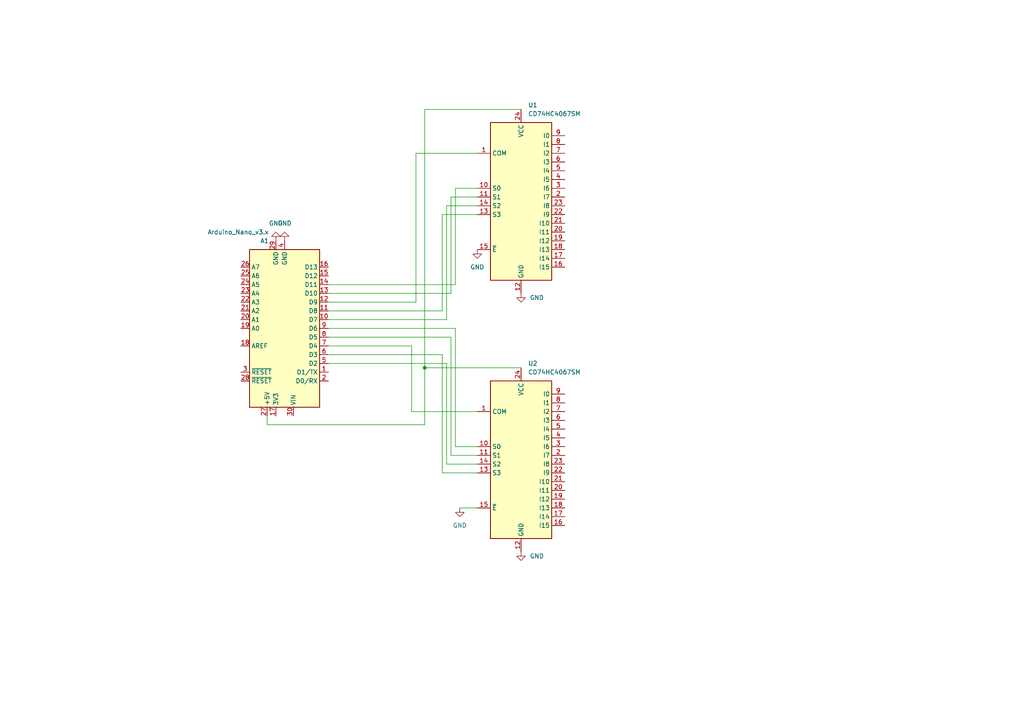
<source format=kicad_sch>
(kicad_sch (version 20211123) (generator eeschema)
  (paper "A4")
  (lib_symbols
    (symbol "74xx:CD74HC4067SM"
      (property "Reference" "U" (at -8.89 22.86 0))
      (property "Value" "CD74HC4067SM" (at 1.27 22.86 0))
      (symbol "CD74HC4067SM_0_1"
        (rectangle (start -8.89 21.59) (end 8.89 -24.13) (stroke (width 0.254)) (fill (type background)))
      )
      (symbol "CD74HC4067SM_1_1"
        (pin passive line (at -12.7 12.7 0) (length 3.81) (name "COM") (number "1"))
        (pin input line (at -12.7 2.54 0) (length 3.81) (name "S0") (number "10"))
        (pin input line (at -12.7 0 0) (length 3.81) (name "S1") (number "11"))
        (pin power_in line (at 0 -27.94 90) (length 3.81) (name "GND") (number "12"))
        (pin input line (at -12.7 -5.08 0) (length 3.81) (name "S3") (number "13"))
        (pin input line (at -12.7 -2.54 0) (length 3.81) (name "S2") (number "14"))
        (pin input line (at -12.7 -15.24 0) (length 3.81) (name "~{E}") (number "15"))
        (pin passive line (at 12.7 -20.32 180) (length 3.81) (name "I15") (number "16"))
        (pin passive line (at 12.7 -17.78 180) (length 3.81) (name "I14") (number "17"))
        (pin passive line (at 12.7 -15.24 180) (length 3.81) (name "I13") (number "18"))
        (pin passive line (at 12.7 -12.7 180) (length 3.81) (name "I12") (number "19"))
        (pin passive line (at 12.7 0 180) (length 3.81) (name "I7") (number "2"))
        (pin passive line (at 12.7 -10.16 180) (length 3.81) (name "I11") (number "20"))
        (pin passive line (at 12.7 -7.62 180) (length 3.81) (name "I10") (number "21"))
        (pin passive line (at 12.7 -5.08 180) (length 3.81) (name "I9") (number "22"))
        (pin passive line (at 12.7 -2.54 180) (length 3.81) (name "I8") (number "23"))
        (pin power_in line (at 0 25.4 270) (length 3.81) (name "VCC") (number "24"))
        (pin passive line (at 12.7 2.54 180) (length 3.81) (name "I6") (number "3"))
        (pin passive line (at 12.7 5.08 180) (length 3.81) (name "I5") (number "4"))
        (pin passive line (at 12.7 7.62 180) (length 3.81) (name "I4") (number "5"))
        (pin passive line (at 12.7 10.16 180) (length 3.81) (name "I3") (number "6"))
        (pin passive line (at 12.7 12.7 180) (length 3.81) (name "I2") (number "7"))
        (pin passive line (at 12.7 15.24 180) (length 3.81) (name "I1") (number "8"))
        (pin passive line (at 12.7 17.78 180) (length 3.81) (name "I0") (number "9"))
      )
    )
    (symbol "MCU_Module:Arduino_Nano_v3.x"
      (property "Reference" "A" (at -10.16 23.495 0))
      (property "Value" "Arduino_Nano_v3.x" (at 5.08 -24.13 0))
      (symbol "Arduino_Nano_v3.x_0_1"
        (rectangle (start -10.16 22.86) (end 10.16 -22.86) (stroke (width 0.254)) (fill (type background)))
      )
      (symbol "Arduino_Nano_v3.x_1_1"
        (pin bidirectional line (at -12.7 12.7 0) (length 2.54) (name "D1/TX") (number "1"))
        (pin bidirectional line (at -12.7 -2.54 0) (length 2.54) (name "D7") (number "10"))
        (pin bidirectional line (at -12.7 -5.08 0) (length 2.54) (name "D8") (number "11"))
        (pin bidirectional line (at -12.7 -7.62 0) (length 2.54) (name "D9") (number "12"))
        (pin bidirectional line (at -12.7 -10.16 0) (length 2.54) (name "D10") (number "13"))
        (pin bidirectional line (at -12.7 -12.7 0) (length 2.54) (name "D11") (number "14"))
        (pin bidirectional line (at -12.7 -15.24 0) (length 2.54) (name "D12") (number "15"))
        (pin bidirectional line (at -12.7 -17.78 0) (length 2.54) (name "D13") (number "16"))
        (pin power_out line (at 2.54 25.4 270) (length 2.54) (name "3V3") (number "17"))
        (pin input line (at 12.7 5.08 180) (length 2.54) (name "AREF") (number "18"))
        (pin bidirectional line (at 12.7 0 180) (length 2.54) (name "A0") (number "19"))
        (pin bidirectional line (at -12.7 15.24 0) (length 2.54) (name "D0/RX") (number "2"))
        (pin bidirectional line (at 12.7 -2.54 180) (length 2.54) (name "A1") (number "20"))
        (pin bidirectional line (at 12.7 -5.08 180) (length 2.54) (name "A2") (number "21"))
        (pin bidirectional line (at 12.7 -7.62 180) (length 2.54) (name "A3") (number "22"))
        (pin bidirectional line (at 12.7 -10.16 180) (length 2.54) (name "A4") (number "23"))
        (pin bidirectional line (at 12.7 -12.7 180) (length 2.54) (name "A5") (number "24"))
        (pin bidirectional line (at 12.7 -15.24 180) (length 2.54) (name "A6") (number "25"))
        (pin bidirectional line (at 12.7 -17.78 180) (length 2.54) (name "A7") (number "26"))
        (pin power_out line (at 5.08 25.4 270) (length 2.54) (name "+5V") (number "27"))
        (pin input line (at 12.7 15.24 180) (length 2.54) (name "~{RESET}") (number "28"))
        (pin power_in line (at 2.54 -25.4 90) (length 2.54) (name "GND") (number "29"))
        (pin input line (at 12.7 12.7 180) (length 2.54) (name "~{RESET}") (number "3"))
        (pin power_in line (at -2.54 25.4 270) (length 2.54) (name "VIN") (number "30"))
        (pin power_in line (at 0 -25.4 90) (length 2.54) (name "GND") (number "4"))
        (pin bidirectional line (at -12.7 10.16 0) (length 2.54) (name "D2") (number "5"))
        (pin bidirectional line (at -12.7 7.62 0) (length 2.54) (name "D3") (number "6"))
        (pin bidirectional line (at -12.7 5.08 0) (length 2.54) (name "D4") (number "7"))
        (pin bidirectional line (at -12.7 2.54 0) (length 2.54) (name "D5") (number "8"))
        (pin bidirectional line (at -12.7 0 0) (length 2.54) (name "D6") (number "9"))
      )
    )
    (symbol "power:GND" (power) (pin_names (offset 0))
      (property "Value" "GND" (at 0 -3.81 0))
      (symbol "GND_0_1"
        (polyline (pts (xy 0 0) (xy 0 -1.27) (xy 1.27 -1.27) (xy 0 -2.54) (xy -1.27 -1.27) (xy 0 -1.27)))
      )
      (symbol "GND_1_1"
        (pin power_in line (at 0 0 270) (length 0) hide (name "GND") (number "1"))
      )
    )
  )
  (junction (at 123.19 106.68))
  (wire (pts (xy 77.47 120.65) (xy 77.47 123.19)))
  (wire (pts (xy 130.81 97.79) (xy 95.25 97.79)))
  (wire (pts (xy 130.81 132.08) (xy 138.43 132.08)))
  (wire (pts (xy 138.43 57.15) (xy 130.81 57.15)))
  (wire (pts (xy 123.19 106.68) (xy 151.13 106.68)))
  (wire (pts (xy 132.08 54.61) (xy 132.08 82.55)))
  (wire (pts (xy 128.27 137.16) (xy 128.27 102.87)))
  (wire (pts (xy 123.19 31.75) (xy 151.13 31.75)))
  (wire (pts (xy 95.25 92.71) (xy 129.54 92.71)))
  (wire (pts (xy 138.43 59.69) (xy 129.54 59.69)))
  (wire (pts (xy 128.27 137.16) (xy 138.43 137.16)))
  (wire (pts (xy 130.81 57.15) (xy 130.81 85.09)))
  (wire (pts (xy 123.19 106.68) (xy 123.19 31.75)))
  (wire (pts (xy 120.65 44.45) (xy 120.65 87.63)))
  (wire (pts (xy 95.25 90.17) (xy 128.27 90.17)))
  (wire (pts (xy 120.65 87.63) (xy 95.25 87.63)))
  (wire (pts (xy 132.08 129.54) (xy 138.43 129.54)))
  (wire (pts (xy 132.08 129.54) (xy 132.08 95.25)))
  (wire (pts (xy 129.54 59.69) (xy 129.54 92.71)))
  (wire (pts (xy 138.43 54.61) (xy 132.08 54.61)))
  (wire (pts (xy 130.81 132.08) (xy 130.81 97.79)))
  (wire (pts (xy 128.27 102.87) (xy 95.25 102.87)))
  (wire (pts (xy 138.43 62.23) (xy 128.27 62.23)))
  (wire (pts (xy 129.54 134.62) (xy 129.54 105.41)))
  (wire (pts (xy 129.54 134.62) (xy 138.43 134.62)))
  (wire (pts (xy 133.35 147.32) (xy 138.43 147.32)))
  (wire (pts (xy 77.47 123.19) (xy 123.19 123.19)))
  (wire (pts (xy 128.27 62.23) (xy 128.27 90.17)))
  (wire (pts (xy 95.25 82.55) (xy 132.08 82.55)))
  (wire (pts (xy 138.43 119.38) (xy 119.38 119.38)))
  (wire (pts (xy 95.25 85.09) (xy 130.81 85.09)))
  (wire (pts (xy 132.08 95.25) (xy 95.25 95.25)))
  (wire (pts (xy 119.38 100.33) (xy 95.25 100.33)))
  (wire (pts (xy 138.43 44.45) (xy 120.65 44.45)))
  (wire (pts (xy 119.38 119.38) (xy 119.38 100.33)))
  (wire (pts (xy 123.19 123.19) (xy 123.19 106.68)))
  (wire (pts (xy 129.54 105.41) (xy 95.25 105.41)))
  (symbol (lib_id "power:GND") (at 151.13 160.02 0) (unit 1)
    (property "Reference" "#PWR04" (effects hide))
    (property "Value" "GND" (at 153.67 161.2899 0) (effects (justify left)))
  )
  (symbol (lib_id "power:GND") (at 80.01 69.85 180) (unit 1)
    (property "Reference" "#PWR01" (effects hide))
    (property "Value" "GND" (at 80.01 64.77 0))
  )
  (symbol (lib_id "74xx:CD74HC4067SM") (at 151.13 132.08 0) (unit 1)
    (property "Reference" "U2" (at 153.1494 105.41 0) (effects (justify left)))
    (property "Value" "CD74HC4067SM" (at 153.1494 107.95 0) (effects (justify left)))
    (property "Footprint" "Package_SO:SSOP-24_5.3x8.2mm_P0.65mm" (effects hide))
    (property "Datasheet" "http://www.ti.com/lit/ds/symlink/cd74hc4067.pdf" (effects hide))
  )
  (symbol (lib_id "power:GND") (at 82.55 69.85 180) (unit 1)
    (property "Reference" "#PWR02" (effects hide))
    (property "Value" "GND" (at 82.55 64.77 0))
  )
  (symbol (lib_id "power:GND") (at 133.35 147.32 0) (unit 1)
    (property "Reference" "#PWR0102" (effects hide))
    (property "Value" "GND" (at 133.35 152.4 0))
  )
  (symbol (lib_id "MCU_Module:Arduino_Nano_v3.x") (at 82.55 95.25 180) (unit 1)
    (property "Reference" "A1" (at 77.9906 69.85 0) (effects (justify left)))
    (property "Value" "Arduino_Nano_v3.x" (at 77.9906 67.31 0) (effects (justify left)))
    (property "Footprint" "Module:Arduino_Nano" (effects hide))
    (property "Datasheet" "http://www.mouser.com/pdfdocs/Gravitech_Arduino_Nano3_0.pdf" (effects hide))
  )
  (symbol (lib_id "74xx:CD74HC4067SM") (at 151.13 57.15 0) (unit 1)
    (property "Reference" "U1" (at 153.1494 30.48 0) (effects (justify left)))
    (property "Value" "CD74HC4067SM" (at 153.1494 33.02 0) (effects (justify left)))
    (property "Footprint" "Package_SO:SSOP-24_5.3x8.2mm_P0.65mm" (effects hide))
    (property "Datasheet" "http://www.ti.com/lit/ds/symlink/cd74hc4067.pdf" (effects hide))
  )
  (symbol (lib_id "power:GND") (at 151.13 85.09 0) (unit 1)
    (property "Reference" "#PWR03" (effects hide))
    (property "Value" "GND" (at 153.67 86.3599 0) (effects (justify left)))
  )
  (symbol (lib_id "power:GND") (at 138.43 72.39 0) (unit 1)
    (property "Reference" "#PWR0101" (effects hide))
    (property "Value" "GND" (at 138.43 77.47 0))
  )
)
</source>
